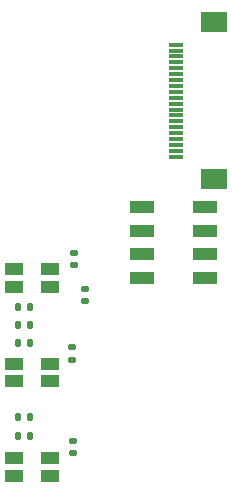
<source format=gbr>
%TF.GenerationSoftware,KiCad,Pcbnew,7.99.0-1.20230926git54171ec.fc37*%
%TF.CreationDate,2023-10-03T14:22:52+01:00*%
%TF.ProjectId,bugg-led-r5,62756767-2d6c-4656-942d-72352e6b6963,rev?*%
%TF.SameCoordinates,Original*%
%TF.FileFunction,Paste,Bot*%
%TF.FilePolarity,Positive*%
%FSLAX46Y46*%
G04 Gerber Fmt 4.6, Leading zero omitted, Abs format (unit mm)*
G04 Created by KiCad (PCBNEW 7.99.0-1.20230926git54171ec.fc37) date 2023-10-03 14:22:52*
%MOMM*%
%LPD*%
G01*
G04 APERTURE LIST*
G04 Aperture macros list*
%AMRoundRect*
0 Rectangle with rounded corners*
0 $1 Rounding radius*
0 $2 $3 $4 $5 $6 $7 $8 $9 X,Y pos of 4 corners*
0 Add a 4 corners polygon primitive as box body*
4,1,4,$2,$3,$4,$5,$6,$7,$8,$9,$2,$3,0*
0 Add four circle primitives for the rounded corners*
1,1,$1+$1,$2,$3*
1,1,$1+$1,$4,$5*
1,1,$1+$1,$6,$7*
1,1,$1+$1,$8,$9*
0 Add four rect primitives between the rounded corners*
20,1,$1+$1,$2,$3,$4,$5,0*
20,1,$1+$1,$4,$5,$6,$7,0*
20,1,$1+$1,$6,$7,$8,$9,0*
20,1,$1+$1,$8,$9,$2,$3,0*%
G04 Aperture macros list end*
%ADD10RoundRect,0.135000X0.135000X0.185000X-0.135000X0.185000X-0.135000X-0.185000X0.135000X-0.185000X0*%
%ADD11RoundRect,0.135000X-0.185000X0.135000X-0.185000X-0.135000X0.185000X-0.135000X0.185000X0.135000X0*%
%ADD12R,1.500000X1.100000*%
%ADD13R,2.000000X1.000000*%
%ADD14R,1.300000X0.300000*%
%ADD15R,2.200000X1.800000*%
G04 APERTURE END LIST*
D10*
%TO.C,R206*%
X-140000Y-28400000D03*
X-1160000Y-28400000D03*
%TD*%
D11*
%TO.C,R203*%
X3450000Y-28790000D03*
X3450000Y-29810000D03*
%TD*%
D10*
%TO.C,R209*%
X-140000Y-26800000D03*
X-1160000Y-26800000D03*
%TD*%
D12*
%TO.C,LED203*%
X-1500000Y-31750000D03*
X1500000Y-31750000D03*
X1500000Y-30250000D03*
X-1500000Y-30250000D03*
%TD*%
D13*
%TO.C,J201*%
X9325000Y-9000000D03*
X14675000Y-9000000D03*
X9325000Y-11000000D03*
X14675000Y-11000000D03*
X9325000Y-13000000D03*
X14675000Y-13000000D03*
X9325000Y-15000000D03*
X14675000Y-15000000D03*
%TD*%
D11*
%TO.C,R201*%
X3550000Y-12890000D03*
X3550000Y-13910000D03*
%TD*%
D12*
%TO.C,LED202*%
X-1500000Y-23750000D03*
X1500000Y-23750000D03*
X1500000Y-22250000D03*
X-1500000Y-22250000D03*
%TD*%
D10*
%TO.C,R205*%
X-140000Y-20500000D03*
X-1160000Y-20500000D03*
%TD*%
D11*
%TO.C,R202*%
X3350000Y-20890000D03*
X3350000Y-21910000D03*
%TD*%
D12*
%TO.C,LED201*%
X-1500000Y-15750000D03*
X1500000Y-15750000D03*
X1500000Y-14250000D03*
X-1500000Y-14250000D03*
%TD*%
D10*
%TO.C,R208*%
X-140000Y-19000000D03*
X-1160000Y-19000000D03*
%TD*%
D11*
%TO.C,R204*%
X4450000Y-15940000D03*
X4450000Y-16960000D03*
%TD*%
D10*
%TO.C,R207*%
X-140000Y-17450000D03*
X-1160000Y-17450000D03*
%TD*%
D14*
%TO.C,J202*%
X12150000Y4750000D03*
X12150000Y4250000D03*
X12150000Y3750000D03*
X12150000Y3250000D03*
X12150000Y2750000D03*
X12150000Y2250000D03*
X12150000Y1750000D03*
X12150000Y1250000D03*
X12150000Y750000D03*
X12150000Y250000D03*
X12150000Y-250000D03*
X12150000Y-750000D03*
X12150000Y-1250000D03*
X12150000Y-1750000D03*
X12150000Y-2250000D03*
X12150000Y-2750000D03*
X12150000Y-3250000D03*
X12150000Y-3750000D03*
X12150000Y-4250000D03*
X12150000Y-4750000D03*
D15*
X15400000Y6650000D03*
X15400000Y-6650000D03*
%TD*%
M02*

</source>
